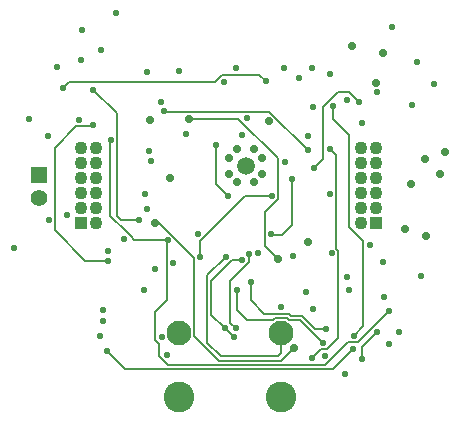
<source format=gbr>
G04 #@! TF.GenerationSoftware,KiCad,Pcbnew,7.0.7*
G04 #@! TF.CreationDate,2024-10-24T15:21:26-07:00*
G04 #@! TF.ProjectId,ESP_POE_1.4b,4553505f-504f-4455-9f31-2e34622e6b69,K*
G04 #@! TF.SameCoordinates,Original*
G04 #@! TF.FileFunction,Copper,L4,Inr*
G04 #@! TF.FilePolarity,Positive*
%FSLAX46Y46*%
G04 Gerber Fmt 4.6, Leading zero omitted, Abs format (unit mm)*
G04 Created by KiCad (PCBNEW 7.0.7) date 2024-10-24 15:21:26*
%MOMM*%
%LPD*%
G01*
G04 APERTURE LIST*
G04 #@! TA.AperFunction,ComponentPad*
%ADD10R,1.400000X1.400000*%
G04 #@! TD*
G04 #@! TA.AperFunction,ComponentPad*
%ADD11C,1.400000*%
G04 #@! TD*
G04 #@! TA.AperFunction,ComponentPad*
%ADD12C,2.100000*%
G04 #@! TD*
G04 #@! TA.AperFunction,ComponentPad*
%ADD13C,2.600000*%
G04 #@! TD*
G04 #@! TA.AperFunction,ComponentPad*
%ADD14R,1.100000X1.100000*%
G04 #@! TD*
G04 #@! TA.AperFunction,ComponentPad*
%ADD15C,1.100000*%
G04 #@! TD*
G04 #@! TA.AperFunction,ComponentPad*
%ADD16C,0.700000*%
G04 #@! TD*
G04 #@! TA.AperFunction,ComponentPad*
%ADD17C,1.500000*%
G04 #@! TD*
G04 #@! TA.AperFunction,ViaPad*
%ADD18C,0.550000*%
G04 #@! TD*
G04 #@! TA.AperFunction,ViaPad*
%ADD19C,0.700000*%
G04 #@! TD*
G04 #@! TA.AperFunction,Conductor*
%ADD20C,0.203200*%
G04 #@! TD*
G04 APERTURE END LIST*
D10*
X74389520Y-143148050D03*
D11*
X74392060Y-145177510D03*
D12*
X86256400Y-156589400D03*
D13*
X86256400Y-161949400D03*
D12*
X94896400Y-156589400D03*
D13*
X94896400Y-161949400D03*
D14*
X77927200Y-147218400D03*
D15*
X79197200Y-147218400D03*
X77927200Y-145948400D03*
X79197200Y-145948400D03*
X77927200Y-144678400D03*
X79197200Y-144678400D03*
X77927200Y-143408400D03*
X79197200Y-143408400D03*
X77927200Y-142138400D03*
X79197200Y-142138400D03*
X77927200Y-140868400D03*
X79197200Y-140868400D03*
D16*
X93288000Y-143120000D03*
X93288000Y-141720000D03*
X92588000Y-143820000D03*
X92588000Y-141020000D03*
D17*
X91888000Y-142420000D03*
D16*
X91188000Y-143820000D03*
X91188000Y-141020000D03*
X90488000Y-143120000D03*
X90488000Y-141720000D03*
D14*
X102920800Y-147218400D03*
D15*
X101650800Y-147218400D03*
X102920800Y-145948400D03*
X101650800Y-145948400D03*
X102920800Y-144678400D03*
X101650800Y-144678400D03*
X102920800Y-143408400D03*
X101650800Y-143408400D03*
X102920800Y-142138400D03*
X101650800Y-142138400D03*
X102920800Y-140868400D03*
X101650800Y-140868400D03*
D18*
X93573600Y-135261600D03*
X76384400Y-135820400D03*
X72288400Y-149402800D03*
X96367600Y-134975600D03*
X98602800Y-158496000D03*
X104241600Y-130657600D03*
X86207600Y-134367600D03*
X97180400Y-139903200D03*
X79774800Y-155549600D03*
X92913200Y-149809200D03*
D19*
X97180400Y-148856298D03*
D18*
X100634800Y-152884800D03*
D19*
X102903979Y-135378187D03*
D18*
X98988000Y-134620000D03*
X103479600Y-150571200D03*
X75239700Y-146964400D03*
X103987600Y-157480000D03*
X95859600Y-150032800D03*
X73558400Y-138430000D03*
X84767299Y-156925237D03*
X77779700Y-138561600D03*
X78028800Y-130911600D03*
X107797600Y-135483600D03*
X105968800Y-137261600D03*
X77984024Y-133483076D03*
X104827901Y-156514800D03*
X106426000Y-133654800D03*
X79552800Y-156819600D03*
X97586800Y-137464800D03*
X103632000Y-153517600D03*
D19*
X85445600Y-143459200D03*
D18*
X83566000Y-134447100D03*
D19*
X103530400Y-132892800D03*
X100868400Y-132232400D03*
D18*
X99314000Y-137312400D03*
X100489115Y-136874658D03*
X101041200Y-156819600D03*
X79603600Y-132638800D03*
D19*
X105867200Y-143916400D03*
D18*
X106730800Y-151771600D03*
X84226400Y-151130000D03*
X86798849Y-139687300D03*
D19*
X93850621Y-138610179D03*
D18*
X80924400Y-129489200D03*
X97028000Y-153130000D03*
X90220800Y-150114000D03*
X87833200Y-148183600D03*
X76758800Y-146608800D03*
X80162400Y-158108400D03*
X100945292Y-157900100D03*
X98988000Y-144780000D03*
X103022400Y-136120300D03*
X101752400Y-138785600D03*
X75895200Y-134061200D03*
X78943200Y-138988800D03*
X80264103Y-150432480D03*
X101498400Y-137026400D03*
X97688400Y-142627600D03*
X92151200Y-149860000D03*
X91024898Y-156179400D03*
X90881200Y-156921200D03*
X91541600Y-150418800D03*
X90127902Y-156179400D03*
D19*
X108762800Y-141274800D03*
X107098899Y-141822000D03*
D18*
X102385801Y-149098000D03*
X95250000Y-142087600D03*
D19*
X105359200Y-147777200D03*
X108305600Y-143103600D03*
D18*
X85750400Y-150622000D03*
D19*
X107141554Y-148336615D03*
D18*
X81603600Y-148590000D03*
D19*
X83810951Y-138569200D03*
X87128700Y-138417300D03*
X94640400Y-150317200D03*
D18*
X83566000Y-146050000D03*
X99163106Y-149809029D03*
X83667600Y-141122400D03*
X84696128Y-137021528D03*
X80257900Y-149606000D03*
X98450400Y-157378400D03*
X91135700Y-152921239D03*
X92298700Y-152280000D03*
X98704400Y-156210000D03*
X83261200Y-152940000D03*
X97485200Y-134162800D03*
X100431600Y-151841200D03*
X94848690Y-154352127D03*
X100252962Y-160044562D03*
X97611543Y-154533468D03*
X85242400Y-158464000D03*
X95808800Y-143510000D03*
X94005254Y-148208854D03*
X79825600Y-154635200D03*
X88036400Y-150164800D03*
X94132400Y-144969500D03*
X89357200Y-140614400D03*
X90358280Y-144969957D03*
X91983560Y-138360400D03*
X101701600Y-158800800D03*
D19*
X95961200Y-157835600D03*
D18*
X102972438Y-156515638D03*
D19*
X84226400Y-147269200D03*
D18*
X75107800Y-139852400D03*
X90078400Y-135280400D03*
X80453800Y-140258800D03*
X85293200Y-148710400D03*
X104038400Y-154686000D03*
X91541600Y-139801600D03*
X97129600Y-141071600D03*
X85007200Y-137787257D03*
X83874200Y-142036800D03*
X83330800Y-144780000D03*
X78994000Y-135991600D03*
X82854800Y-147015200D03*
X95148400Y-134162300D03*
X91084400Y-134144000D03*
X98988000Y-140970000D03*
X97466400Y-158718000D03*
D20*
X93051900Y-134739900D02*
X89854517Y-134739900D01*
X89854517Y-134739900D02*
X89314017Y-135280400D01*
X93573600Y-135261600D02*
X93051900Y-134739900D01*
X89314017Y-135280400D02*
X76924400Y-135280400D01*
X76924400Y-135280400D02*
X76384400Y-135820400D01*
X99314000Y-137312400D02*
X99314000Y-138483183D01*
X101845801Y-156014999D02*
X101041200Y-156819600D01*
X101845801Y-148782618D02*
X101845801Y-156014999D01*
X100634800Y-139803983D02*
X100634800Y-147571617D01*
X99314000Y-138483183D02*
X100634800Y-139803983D01*
X100634800Y-147571617D02*
X101845801Y-148782618D01*
X90220800Y-150114000D02*
X88646000Y-151688800D01*
X88646000Y-157429200D02*
X89763600Y-158546800D01*
X94896400Y-158240000D02*
X94896400Y-156589400D01*
X94589600Y-158546800D02*
X94896400Y-158240000D01*
X89763600Y-158546800D02*
X94589600Y-158546800D01*
X88646000Y-151688800D02*
X88646000Y-157429200D01*
X99257192Y-159588200D02*
X81642200Y-159588200D01*
X81642200Y-159588200D02*
X80162400Y-158108400D01*
X100945292Y-157900100D02*
X99257192Y-159588200D01*
X75742800Y-147878800D02*
X78296480Y-150432480D01*
X77546000Y-139065200D02*
X75742800Y-140868400D01*
X78866800Y-139065200D02*
X77546000Y-139065200D01*
X78943200Y-138988800D02*
X78866800Y-139065200D01*
X78296480Y-150432480D02*
X80264103Y-150432480D01*
X75742800Y-140868400D02*
X75742800Y-147878800D01*
X99717353Y-136144664D02*
X100616664Y-136144664D01*
X97688400Y-142627600D02*
X98447500Y-141868500D01*
X98447500Y-141868500D02*
X98447500Y-137414517D01*
X98447500Y-137414517D02*
X99717353Y-136144664D01*
X100616664Y-136144664D02*
X101498400Y-137026400D01*
X91024898Y-156145938D02*
X90972568Y-156093608D01*
X90595200Y-152129583D02*
X92151200Y-150573583D01*
X92151200Y-150573583D02*
X92151200Y-149860000D01*
X91024898Y-156179400D02*
X91024898Y-156145938D01*
X90595200Y-155749702D02*
X90595200Y-152129583D01*
X91024898Y-156234590D02*
X91024898Y-156179400D01*
X91024898Y-156179400D02*
X90595200Y-155749702D01*
X90728800Y-150418800D02*
X91541600Y-150418800D01*
X90869702Y-156921200D02*
X90127902Y-156179400D01*
X90127902Y-156179400D02*
X88976200Y-155027698D01*
X88976200Y-155027698D02*
X88976200Y-152171400D01*
X88976200Y-152171400D02*
X90728800Y-150418800D01*
X90881200Y-156921200D02*
X90869702Y-156921200D01*
X93501654Y-146312444D02*
X94636000Y-145178098D01*
X93501654Y-149178454D02*
X93501654Y-146312444D01*
X94636000Y-141778400D02*
X91274900Y-138417300D01*
X91274900Y-138417300D02*
X87128700Y-138417300D01*
X94636000Y-145178098D02*
X94636000Y-141778400D01*
X94640400Y-150317200D02*
X93501654Y-149178454D01*
X91998800Y-155448000D02*
X94229586Y-155448000D01*
X91135700Y-152921239D02*
X91135700Y-154584900D01*
X95426014Y-155310800D02*
X95563214Y-155448000D01*
X94229586Y-155448000D02*
X94366786Y-155310800D01*
X95563214Y-155448000D02*
X96520000Y-155448000D01*
X94366786Y-155310800D02*
X95426014Y-155310800D01*
X91135700Y-154584900D02*
X91998800Y-155448000D01*
X96520000Y-155448000D02*
X98450400Y-157378400D01*
X97748974Y-156210000D02*
X98704400Y-156210000D01*
X93472000Y-154940000D02*
X95522188Y-154940000D01*
X92298700Y-153766700D02*
X93472000Y-154940000D01*
X92298700Y-152280000D02*
X92298700Y-153766700D01*
X95522188Y-154940000D02*
X95699988Y-155117800D01*
X95699988Y-155117800D02*
X96656774Y-155117800D01*
X96656774Y-155117800D02*
X97748974Y-156210000D01*
X94005254Y-148208854D02*
X94030800Y-148234400D01*
X95808800Y-147421600D02*
X95808800Y-143510000D01*
X94996000Y-148234400D02*
X95808800Y-147421600D01*
X94030800Y-148234400D02*
X94996000Y-148234400D01*
X94132400Y-144969500D02*
X91809300Y-144969500D01*
X88036400Y-148742400D02*
X88036400Y-150164800D01*
X91809300Y-144969500D02*
X88036400Y-148742400D01*
X89357200Y-143968877D02*
X89357200Y-140614400D01*
X90358280Y-144969957D02*
X89357200Y-143968877D01*
X101701600Y-158800800D02*
X101701600Y-157786476D01*
X87535000Y-156785173D02*
X89652227Y-158902400D01*
X84226400Y-147269200D02*
X84564198Y-147269200D01*
X101701600Y-157786476D02*
X102972438Y-156515638D01*
X84564198Y-147269200D02*
X87535000Y-150240002D01*
X89652227Y-158902400D02*
X94894400Y-158902400D01*
X94894400Y-158902400D02*
X95961200Y-157835600D01*
X87535000Y-150240002D02*
X87535000Y-156785173D01*
X85324202Y-159258000D02*
X84582000Y-158515798D01*
X81806300Y-148049500D02*
X81827483Y-148049500D01*
X80416400Y-140296200D02*
X80416400Y-146659600D01*
X84226799Y-154773001D02*
X85209900Y-153789900D01*
X98628200Y-159258000D02*
X85324202Y-159258000D01*
X80416400Y-146659600D02*
X81806300Y-148049500D01*
X100526100Y-157360100D02*
X98628200Y-159258000D01*
X81827483Y-148049500D02*
X82144100Y-148366117D01*
X82144100Y-148366117D02*
X82144100Y-148387300D01*
X85209900Y-148793700D02*
X85293200Y-148710400D01*
X84582000Y-157504321D02*
X84226799Y-157149120D01*
X80453800Y-140258800D02*
X80416400Y-140296200D01*
X85209900Y-153789900D02*
X85209900Y-148793700D01*
X84226799Y-157149120D02*
X84226799Y-154773001D01*
X104038400Y-154686000D02*
X101364300Y-157360100D01*
X82467200Y-148710400D02*
X85293200Y-148710400D01*
X82144100Y-148387300D02*
X82467200Y-148710400D01*
X84582000Y-158515798D02*
X84582000Y-157504321D01*
X101364300Y-157360100D02*
X100526100Y-157360100D01*
X85040343Y-137820400D02*
X93878400Y-137820400D01*
X85007200Y-137787257D02*
X85040343Y-137820400D01*
X93878400Y-137820400D02*
X97129600Y-141071600D01*
X80956900Y-146641300D02*
X81330800Y-147015200D01*
X78994000Y-135991600D02*
X80956900Y-137954500D01*
X81330800Y-147015200D02*
X82854800Y-147015200D01*
X80956900Y-137954500D02*
X80956900Y-146641300D01*
X99554800Y-149436340D02*
X99720400Y-149601940D01*
X98736900Y-157955500D02*
X98228900Y-157955500D01*
X99720400Y-156972000D02*
X98736900Y-157955500D01*
X98988000Y-140970000D02*
X99554800Y-141536800D01*
X98228900Y-157955500D02*
X97466400Y-158718000D01*
X99554800Y-141536800D02*
X99554800Y-149436340D01*
X99720400Y-149601940D02*
X99720400Y-156972000D01*
M02*

</source>
